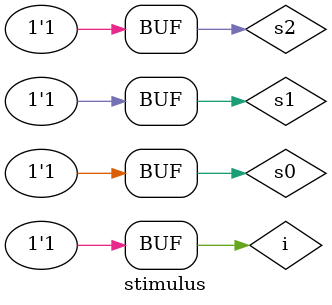
<source format=v>
module stimulus;
wire a7,a6,a5,a4,a3,a2,a1,a0;
reg i,s2,s1,s0;

demux81_gate demux81_gate_1(i,s0,s1,s2,a7,a6,a5,a4,a3,a2,a1,a0);
initial
begin
i=1'b0; s2=1'b0; s1=1'b0; s0=1'b0;
#10 i=1'b0; s2=1'b0; s1=1'b0; s0=1'b1;
#10 i=1'b0; s2=1'b0; s1=1'b1; s0=1'b0;
#10 i=1'b0; s2=1'b0; s1=1'b1; s0=1'b1;
#10 i=1'b0; s2=1'b1; s1=1'b0; s0=1'b0;
#10 i=1'b0; s2=1'b1; s1=1'b0; s0=1'b1;
#10 i=1'b0; s2=1'b1; s1=1'b1; s0=1'b0;
#10 i=1'b0; s2=1'b1; s1=1'b1; s0=1'b1;
#10 i=1'b1; s2=1'b0; s1=1'b0; s0=1'b0;
#10 i=1'b1; s2=1'b0; s1=1'b0; s0=1'b1;
#10 i=1'b1; s2=1'b0; s1=1'b1; s0=1'b0;
#10 i=1'b1; s2=1'b0; s1=1'b1; s0=1'b1;
#10 i=1'b1; s2=1'b1; s1=1'b0; s0=1'b0;
#10 i=1'b1; s2=1'b1; s1=1'b0; s0=1'b1;
#10 i=1'b1; s2=1'b1; s1=1'b1; s0=1'b0;
#10 i=1'b1; s2=1'b1; s1=1'b1; s0=1'b1;

end
endmodule

</source>
